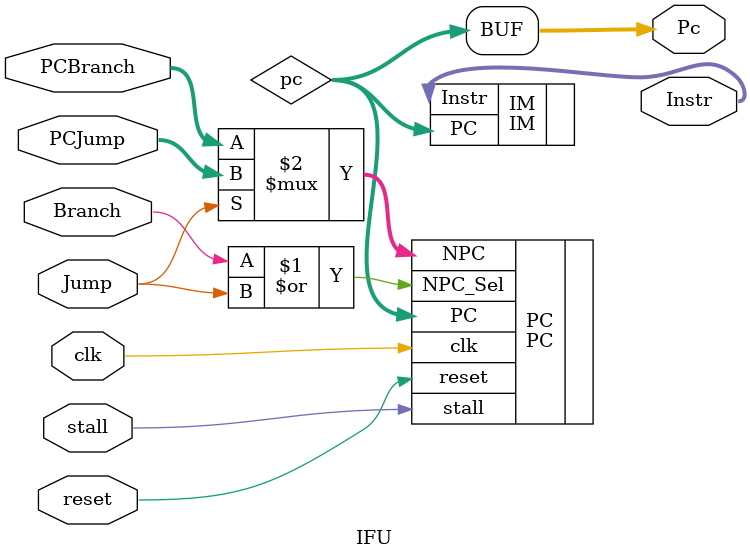
<source format=v>
`timescale 1ns / 1ps
module IFU(
	input clk, reset, stall, Branch, Jump, 
	input [31:0] PCBranch, PCJump, 
	output [31:0] Instr, Pc
    );

	wire [31:0] pc;
	PC PC(
		.clk(clk),.reset(reset),.stall(stall),
		.NPC_Sel(Branch | Jump),
		.NPC(Jump ? PCJump : PCBranch),
		.PC(pc)
		);
	IM IM(.PC(pc),.Instr(Instr));
	assign Pc = pc;

endmodule

</source>
